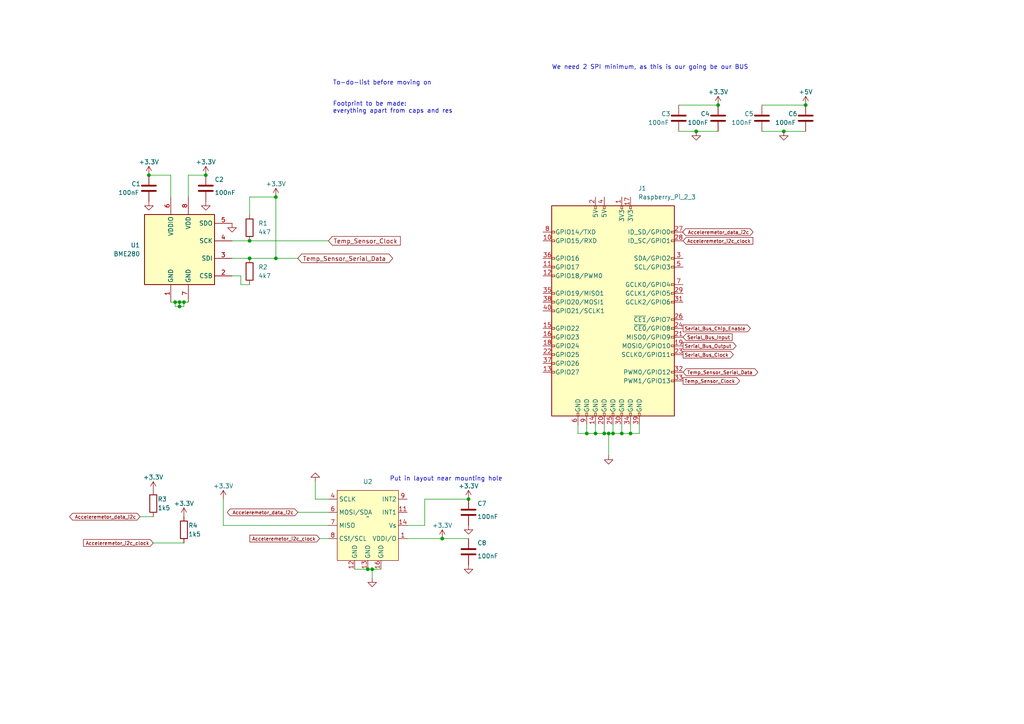
<source format=kicad_sch>
(kicad_sch (version 20230121) (generator eeschema)

  (uuid dd1a533a-d0da-4a20-9af1-2659c13d8e19)

  (paper "A4")

  (lib_symbols
    (symbol "Connector:Raspberry_Pi_2_3" (pin_names (offset 1.016)) (in_bom yes) (on_board yes)
      (property "Reference" "J" (at -17.78 31.75 0)
        (effects (font (size 1.27 1.27)) (justify left bottom))
      )
      (property "Value" "Raspberry_Pi_2_3" (at 10.16 -31.75 0)
        (effects (font (size 1.27 1.27)) (justify left top))
      )
      (property "Footprint" "" (at 0 0 0)
        (effects (font (size 1.27 1.27)) hide)
      )
      (property "Datasheet" "https://www.raspberrypi.org/documentation/hardware/raspberrypi/schematics/rpi_SCH_3bplus_1p0_reduced.pdf" (at 0 0 0)
        (effects (font (size 1.27 1.27)) hide)
      )
      (property "ki_keywords" "raspberrypi gpio" (at 0 0 0)
        (effects (font (size 1.27 1.27)) hide)
      )
      (property "ki_description" "expansion header for Raspberry Pi 2 & 3" (at 0 0 0)
        (effects (font (size 1.27 1.27)) hide)
      )
      (property "ki_fp_filters" "PinHeader*2x20*P2.54mm*Vertical* PinSocket*2x20*P2.54mm*Vertical*" (at 0 0 0)
        (effects (font (size 1.27 1.27)) hide)
      )
      (symbol "Raspberry_Pi_2_3_0_1"
        (rectangle (start -17.78 30.48) (end 17.78 -30.48)
          (stroke (width 0.254) (type default))
          (fill (type background))
        )
      )
      (symbol "Raspberry_Pi_2_3_1_1"
        (rectangle (start -16.891 -17.526) (end -17.78 -18.034)
          (stroke (width 0) (type default))
          (fill (type none))
        )
        (rectangle (start -16.891 -14.986) (end -17.78 -15.494)
          (stroke (width 0) (type default))
          (fill (type none))
        )
        (rectangle (start -16.891 -12.446) (end -17.78 -12.954)
          (stroke (width 0) (type default))
          (fill (type none))
        )
        (rectangle (start -16.891 -9.906) (end -17.78 -10.414)
          (stroke (width 0) (type default))
          (fill (type none))
        )
        (rectangle (start -16.891 -7.366) (end -17.78 -7.874)
          (stroke (width 0) (type default))
          (fill (type none))
        )
        (rectangle (start -16.891 -4.826) (end -17.78 -5.334)
          (stroke (width 0) (type default))
          (fill (type none))
        )
        (rectangle (start -16.891 0.254) (end -17.78 -0.254)
          (stroke (width 0) (type default))
          (fill (type none))
        )
        (rectangle (start -16.891 2.794) (end -17.78 2.286)
          (stroke (width 0) (type default))
          (fill (type none))
        )
        (rectangle (start -16.891 5.334) (end -17.78 4.826)
          (stroke (width 0) (type default))
          (fill (type none))
        )
        (rectangle (start -16.891 10.414) (end -17.78 9.906)
          (stroke (width 0) (type default))
          (fill (type none))
        )
        (rectangle (start -16.891 12.954) (end -17.78 12.446)
          (stroke (width 0) (type default))
          (fill (type none))
        )
        (rectangle (start -16.891 15.494) (end -17.78 14.986)
          (stroke (width 0) (type default))
          (fill (type none))
        )
        (rectangle (start -16.891 20.574) (end -17.78 20.066)
          (stroke (width 0) (type default))
          (fill (type none))
        )
        (rectangle (start -16.891 23.114) (end -17.78 22.606)
          (stroke (width 0) (type default))
          (fill (type none))
        )
        (rectangle (start -10.414 -29.591) (end -9.906 -30.48)
          (stroke (width 0) (type default))
          (fill (type none))
        )
        (rectangle (start -7.874 -29.591) (end -7.366 -30.48)
          (stroke (width 0) (type default))
          (fill (type none))
        )
        (rectangle (start -5.334 -29.591) (end -4.826 -30.48)
          (stroke (width 0) (type default))
          (fill (type none))
        )
        (rectangle (start -5.334 30.48) (end -4.826 29.591)
          (stroke (width 0) (type default))
          (fill (type none))
        )
        (rectangle (start -2.794 -29.591) (end -2.286 -30.48)
          (stroke (width 0) (type default))
          (fill (type none))
        )
        (rectangle (start -2.794 30.48) (end -2.286 29.591)
          (stroke (width 0) (type default))
          (fill (type none))
        )
        (rectangle (start -0.254 -29.591) (end 0.254 -30.48)
          (stroke (width 0) (type default))
          (fill (type none))
        )
        (rectangle (start 2.286 -29.591) (end 2.794 -30.48)
          (stroke (width 0) (type default))
          (fill (type none))
        )
        (rectangle (start 2.286 30.48) (end 2.794 29.591)
          (stroke (width 0) (type default))
          (fill (type none))
        )
        (rectangle (start 4.826 -29.591) (end 5.334 -30.48)
          (stroke (width 0) (type default))
          (fill (type none))
        )
        (rectangle (start 4.826 30.48) (end 5.334 29.591)
          (stroke (width 0) (type default))
          (fill (type none))
        )
        (rectangle (start 7.366 -29.591) (end 7.874 -30.48)
          (stroke (width 0) (type default))
          (fill (type none))
        )
        (rectangle (start 17.78 -20.066) (end 16.891 -20.574)
          (stroke (width 0) (type default))
          (fill (type none))
        )
        (rectangle (start 17.78 -17.526) (end 16.891 -18.034)
          (stroke (width 0) (type default))
          (fill (type none))
        )
        (rectangle (start 17.78 -12.446) (end 16.891 -12.954)
          (stroke (width 0) (type default))
          (fill (type none))
        )
        (rectangle (start 17.78 -9.906) (end 16.891 -10.414)
          (stroke (width 0) (type default))
          (fill (type none))
        )
        (rectangle (start 17.78 -7.366) (end 16.891 -7.874)
          (stroke (width 0) (type default))
          (fill (type none))
        )
        (rectangle (start 17.78 -4.826) (end 16.891 -5.334)
          (stroke (width 0) (type default))
          (fill (type none))
        )
        (rectangle (start 17.78 -2.286) (end 16.891 -2.794)
          (stroke (width 0) (type default))
          (fill (type none))
        )
        (rectangle (start 17.78 2.794) (end 16.891 2.286)
          (stroke (width 0) (type default))
          (fill (type none))
        )
        (rectangle (start 17.78 5.334) (end 16.891 4.826)
          (stroke (width 0) (type default))
          (fill (type none))
        )
        (rectangle (start 17.78 7.874) (end 16.891 7.366)
          (stroke (width 0) (type default))
          (fill (type none))
        )
        (rectangle (start 17.78 12.954) (end 16.891 12.446)
          (stroke (width 0) (type default))
          (fill (type none))
        )
        (rectangle (start 17.78 15.494) (end 16.891 14.986)
          (stroke (width 0) (type default))
          (fill (type none))
        )
        (rectangle (start 17.78 20.574) (end 16.891 20.066)
          (stroke (width 0) (type default))
          (fill (type none))
        )
        (rectangle (start 17.78 23.114) (end 16.891 22.606)
          (stroke (width 0) (type default))
          (fill (type none))
        )
        (pin power_in line (at 2.54 33.02 270) (length 2.54)
          (name "3V3" (effects (font (size 1.27 1.27))))
          (number "1" (effects (font (size 1.27 1.27))))
        )
        (pin bidirectional line (at -20.32 20.32 0) (length 2.54)
          (name "GPIO15/RXD" (effects (font (size 1.27 1.27))))
          (number "10" (effects (font (size 1.27 1.27))))
        )
        (pin bidirectional line (at -20.32 12.7 0) (length 2.54)
          (name "GPIO17" (effects (font (size 1.27 1.27))))
          (number "11" (effects (font (size 1.27 1.27))))
        )
        (pin bidirectional line (at -20.32 10.16 0) (length 2.54)
          (name "GPIO18/PWM0" (effects (font (size 1.27 1.27))))
          (number "12" (effects (font (size 1.27 1.27))))
        )
        (pin bidirectional line (at -20.32 -17.78 0) (length 2.54)
          (name "GPIO27" (effects (font (size 1.27 1.27))))
          (number "13" (effects (font (size 1.27 1.27))))
        )
        (pin power_in line (at -5.08 -33.02 90) (length 2.54)
          (name "GND" (effects (font (size 1.27 1.27))))
          (number "14" (effects (font (size 1.27 1.27))))
        )
        (pin bidirectional line (at -20.32 -5.08 0) (length 2.54)
          (name "GPIO22" (effects (font (size 1.27 1.27))))
          (number "15" (effects (font (size 1.27 1.27))))
        )
        (pin bidirectional line (at -20.32 -7.62 0) (length 2.54)
          (name "GPIO23" (effects (font (size 1.27 1.27))))
          (number "16" (effects (font (size 1.27 1.27))))
        )
        (pin power_in line (at 5.08 33.02 270) (length 2.54)
          (name "3V3" (effects (font (size 1.27 1.27))))
          (number "17" (effects (font (size 1.27 1.27))))
        )
        (pin bidirectional line (at -20.32 -10.16 0) (length 2.54)
          (name "GPIO24" (effects (font (size 1.27 1.27))))
          (number "18" (effects (font (size 1.27 1.27))))
        )
        (pin bidirectional line (at 20.32 -10.16 180) (length 2.54)
          (name "MOSI0/GPIO10" (effects (font (size 1.27 1.27))))
          (number "19" (effects (font (size 1.27 1.27))))
        )
        (pin power_in line (at -5.08 33.02 270) (length 2.54)
          (name "5V" (effects (font (size 1.27 1.27))))
          (number "2" (effects (font (size 1.27 1.27))))
        )
        (pin power_in line (at -2.54 -33.02 90) (length 2.54)
          (name "GND" (effects (font (size 1.27 1.27))))
          (number "20" (effects (font (size 1.27 1.27))))
        )
        (pin bidirectional line (at 20.32 -7.62 180) (length 2.54)
          (name "MISO0/GPIO9" (effects (font (size 1.27 1.27))))
          (number "21" (effects (font (size 1.27 1.27))))
        )
        (pin bidirectional line (at -20.32 -12.7 0) (length 2.54)
          (name "GPIO25" (effects (font (size 1.27 1.27))))
          (number "22" (effects (font (size 1.27 1.27))))
        )
        (pin bidirectional line (at 20.32 -12.7 180) (length 2.54)
          (name "SCLK0/GPIO11" (effects (font (size 1.27 1.27))))
          (number "23" (effects (font (size 1.27 1.27))))
        )
        (pin bidirectional line (at 20.32 -5.08 180) (length 2.54)
          (name "~{CE0}/GPIO8" (effects (font (size 1.27 1.27))))
          (number "24" (effects (font (size 1.27 1.27))))
        )
        (pin power_in line (at 0 -33.02 90) (length 2.54)
          (name "GND" (effects (font (size 1.27 1.27))))
          (number "25" (effects (font (size 1.27 1.27))))
        )
        (pin bidirectional line (at 20.32 -2.54 180) (length 2.54)
          (name "~{CE1}/GPIO7" (effects (font (size 1.27 1.27))))
          (number "26" (effects (font (size 1.27 1.27))))
        )
        (pin bidirectional line (at 20.32 22.86 180) (length 2.54)
          (name "ID_SD/GPIO0" (effects (font (size 1.27 1.27))))
          (number "27" (effects (font (size 1.27 1.27))))
        )
        (pin bidirectional line (at 20.32 20.32 180) (length 2.54)
          (name "ID_SC/GPIO1" (effects (font (size 1.27 1.27))))
          (number "28" (effects (font (size 1.27 1.27))))
        )
        (pin bidirectional line (at 20.32 5.08 180) (length 2.54)
          (name "GCLK1/GPIO5" (effects (font (size 1.27 1.27))))
          (number "29" (effects (font (size 1.27 1.27))))
        )
        (pin bidirectional line (at 20.32 15.24 180) (length 2.54)
          (name "SDA/GPIO2" (effects (font (size 1.27 1.27))))
          (number "3" (effects (font (size 1.27 1.27))))
        )
        (pin power_in line (at 2.54 -33.02 90) (length 2.54)
          (name "GND" (effects (font (size 1.27 1.27))))
          (number "30" (effects (font (size 1.27 1.27))))
        )
        (pin bidirectional line (at 20.32 2.54 180) (length 2.54)
          (name "GCLK2/GPIO6" (effects (font (size 1.27 1.27))))
          (number "31" (effects (font (size 1.27 1.27))))
        )
        (pin bidirectional line (at 20.32 -17.78 180) (length 2.54)
          (name "PWM0/GPIO12" (effects (font (size 1.27 1.27))))
          (number "32" (effects (font (size 1.27 1.27))))
        )
        (pin bidirectional line (at 20.32 -20.32 180) (length 2.54)
          (name "PWM1/GPIO13" (effects (font (size 1.27 1.27))))
          (number "33" (effects (font (size 1.27 1.27))))
        )
        (pin power_in line (at 5.08 -33.02 90) (length 2.54)
          (name "GND" (effects (font (size 1.27 1.27))))
          (number "34" (effects (font (size 1.27 1.27))))
        )
        (pin bidirectional line (at -20.32 5.08 0) (length 2.54)
          (name "GPIO19/MISO1" (effects (font (size 1.27 1.27))))
          (number "35" (effects (font (size 1.27 1.27))))
        )
        (pin bidirectional line (at -20.32 15.24 0) (length 2.54)
          (name "GPIO16" (effects (font (size 1.27 1.27))))
          (number "36" (effects (font (size 1.27 1.27))))
        )
        (pin bidirectional line (at -20.32 -15.24 0) (length 2.54)
          (name "GPIO26" (effects (font (size 1.27 1.27))))
          (number "37" (effects (font (size 1.27 1.27))))
        )
        (pin bidirectional line (at -20.32 2.54 0) (length 2.54)
          (name "GPIO20/MOSI1" (effects (font (size 1.27 1.27))))
          (number "38" (effects (font (size 1.27 1.27))))
        )
        (pin power_in line (at 7.62 -33.02 90) (length 2.54)
          (name "GND" (effects (font (size 1.27 1.27))))
          (number "39" (effects (font (size 1.27 1.27))))
        )
        (pin power_in line (at -2.54 33.02 270) (length 2.54)
          (name "5V" (effects (font (size 1.27 1.27))))
          (number "4" (effects (font (size 1.27 1.27))))
        )
        (pin bidirectional line (at -20.32 0 0) (length 2.54)
          (name "GPIO21/SCLK1" (effects (font (size 1.27 1.27))))
          (number "40" (effects (font (size 1.27 1.27))))
        )
        (pin bidirectional line (at 20.32 12.7 180) (length 2.54)
          (name "SCL/GPIO3" (effects (font (size 1.27 1.27))))
          (number "5" (effects (font (size 1.27 1.27))))
        )
        (pin power_in line (at -10.16 -33.02 90) (length 2.54)
          (name "GND" (effects (font (size 1.27 1.27))))
          (number "6" (effects (font (size 1.27 1.27))))
        )
        (pin bidirectional line (at 20.32 7.62 180) (length 2.54)
          (name "GCLK0/GPIO4" (effects (font (size 1.27 1.27))))
          (number "7" (effects (font (size 1.27 1.27))))
        )
        (pin bidirectional line (at -20.32 22.86 0) (length 2.54)
          (name "GPIO14/TXD" (effects (font (size 1.27 1.27))))
          (number "8" (effects (font (size 1.27 1.27))))
        )
        (pin power_in line (at -7.62 -33.02 90) (length 2.54)
          (name "GND" (effects (font (size 1.27 1.27))))
          (number "9" (effects (font (size 1.27 1.27))))
        )
      )
    )
    (symbol "Device:C" (pin_numbers hide) (pin_names (offset 0.254)) (in_bom yes) (on_board yes)
      (property "Reference" "C" (at 0.635 2.54 0)
        (effects (font (size 1.27 1.27)) (justify left))
      )
      (property "Value" "C" (at 0.635 -2.54 0)
        (effects (font (size 1.27 1.27)) (justify left))
      )
      (property "Footprint" "" (at 0.9652 -3.81 0)
        (effects (font (size 1.27 1.27)) hide)
      )
      (property "Datasheet" "~" (at 0 0 0)
        (effects (font (size 1.27 1.27)) hide)
      )
      (property "ki_keywords" "cap capacitor" (at 0 0 0)
        (effects (font (size 1.27 1.27)) hide)
      )
      (property "ki_description" "Unpolarized capacitor" (at 0 0 0)
        (effects (font (size 1.27 1.27)) hide)
      )
      (property "ki_fp_filters" "C_*" (at 0 0 0)
        (effects (font (size 1.27 1.27)) hide)
      )
      (symbol "C_0_1"
        (polyline
          (pts
            (xy -2.032 -0.762)
            (xy 2.032 -0.762)
          )
          (stroke (width 0.508) (type default))
          (fill (type none))
        )
        (polyline
          (pts
            (xy -2.032 0.762)
            (xy 2.032 0.762)
          )
          (stroke (width 0.508) (type default))
          (fill (type none))
        )
      )
      (symbol "C_1_1"
        (pin passive line (at 0 3.81 270) (length 2.794)
          (name "~" (effects (font (size 1.27 1.27))))
          (number "1" (effects (font (size 1.27 1.27))))
        )
        (pin passive line (at 0 -3.81 90) (length 2.794)
          (name "~" (effects (font (size 1.27 1.27))))
          (number "2" (effects (font (size 1.27 1.27))))
        )
      )
    )
    (symbol "Device:R" (pin_numbers hide) (pin_names (offset 0)) (in_bom yes) (on_board yes)
      (property "Reference" "R" (at 2.032 0 90)
        (effects (font (size 1.27 1.27)))
      )
      (property "Value" "R" (at 0 0 90)
        (effects (font (size 1.27 1.27)))
      )
      (property "Footprint" "" (at -1.778 0 90)
        (effects (font (size 1.27 1.27)) hide)
      )
      (property "Datasheet" "~" (at 0 0 0)
        (effects (font (size 1.27 1.27)) hide)
      )
      (property "ki_keywords" "R res resistor" (at 0 0 0)
        (effects (font (size 1.27 1.27)) hide)
      )
      (property "ki_description" "Resistor" (at 0 0 0)
        (effects (font (size 1.27 1.27)) hide)
      )
      (property "ki_fp_filters" "R_*" (at 0 0 0)
        (effects (font (size 1.27 1.27)) hide)
      )
      (symbol "R_0_1"
        (rectangle (start -1.016 -2.54) (end 1.016 2.54)
          (stroke (width 0.254) (type default))
          (fill (type none))
        )
      )
      (symbol "R_1_1"
        (pin passive line (at 0 3.81 270) (length 1.27)
          (name "~" (effects (font (size 1.27 1.27))))
          (number "1" (effects (font (size 1.27 1.27))))
        )
        (pin passive line (at 0 -3.81 90) (length 1.27)
          (name "~" (effects (font (size 1.27 1.27))))
          (number "2" (effects (font (size 1.27 1.27))))
        )
      )
    )
    (symbol "Sensor:BME280" (in_bom yes) (on_board yes)
      (property "Reference" "U" (at -8.89 11.43 0)
        (effects (font (size 1.27 1.27)))
      )
      (property "Value" "BME280" (at 7.62 11.43 0)
        (effects (font (size 1.27 1.27)))
      )
      (property "Footprint" "Package_LGA:Bosch_LGA-8_2.5x2.5mm_P0.65mm_ClockwisePinNumbering" (at 38.1 -11.43 0)
        (effects (font (size 1.27 1.27)) hide)
      )
      (property "Datasheet" "https://www.bosch-sensortec.com/media/boschsensortec/downloads/datasheets/bst-bme280-ds002.pdf" (at 0 -5.08 0)
        (effects (font (size 1.27 1.27)) hide)
      )
      (property "ki_keywords" "Bosch pressure humidity temperature environment environmental measurement digital" (at 0 0 0)
        (effects (font (size 1.27 1.27)) hide)
      )
      (property "ki_description" "3-in-1 sensor, humidity, pressure, temperature, I2C and SPI interface, 1.71-3.6V, LGA-8" (at 0 0 0)
        (effects (font (size 1.27 1.27)) hide)
      )
      (property "ki_fp_filters" "*LGA*2.5x2.5mm*P0.65mm*Clockwise*" (at 0 0 0)
        (effects (font (size 1.27 1.27)) hide)
      )
      (symbol "BME280_0_1"
        (rectangle (start -10.16 10.16) (end 10.16 -10.16)
          (stroke (width 0.254) (type default))
          (fill (type background))
        )
      )
      (symbol "BME280_1_1"
        (pin power_in line (at -2.54 -15.24 90) (length 5.08)
          (name "GND" (effects (font (size 1.27 1.27))))
          (number "1" (effects (font (size 1.27 1.27))))
        )
        (pin input line (at 15.24 -7.62 180) (length 5.08)
          (name "CSB" (effects (font (size 1.27 1.27))))
          (number "2" (effects (font (size 1.27 1.27))))
        )
        (pin bidirectional line (at 15.24 -2.54 180) (length 5.08)
          (name "SDI" (effects (font (size 1.27 1.27))))
          (number "3" (effects (font (size 1.27 1.27))))
        )
        (pin input line (at 15.24 2.54 180) (length 5.08)
          (name "SCK" (effects (font (size 1.27 1.27))))
          (number "4" (effects (font (size 1.27 1.27))))
        )
        (pin bidirectional line (at 15.24 7.62 180) (length 5.08)
          (name "SDO" (effects (font (size 1.27 1.27))))
          (number "5" (effects (font (size 1.27 1.27))))
        )
        (pin power_in line (at -2.54 15.24 270) (length 5.08)
          (name "VDDIO" (effects (font (size 1.27 1.27))))
          (number "6" (effects (font (size 1.27 1.27))))
        )
        (pin power_in line (at 2.54 -15.24 90) (length 5.08)
          (name "GND" (effects (font (size 1.27 1.27))))
          (number "7" (effects (font (size 1.27 1.27))))
        )
        (pin power_in line (at 2.54 15.24 270) (length 5.08)
          (name "VDD" (effects (font (size 1.27 1.27))))
          (number "8" (effects (font (size 1.27 1.27))))
        )
      )
    )
    (symbol "Sensor_Movement:ADXL373" (in_bom yes) (on_board yes)
      (property "Reference" "U" (at -11.43 12.7 0)
        (effects (font (size 1.27 1.27)))
      )
      (property "Value" "" (at -5.08 2.54 0)
        (effects (font (size 1.27 1.27)))
      )
      (property "Footprint" "" (at -5.08 2.54 0)
        (effects (font (size 1.27 1.27)) hide)
      )
      (property "Datasheet" "" (at -5.08 2.54 0)
        (effects (font (size 1.27 1.27)) hide)
      )
      (symbol "ADXL373_1_1"
        (rectangle (start -13.97 10.16) (end 3.81 -10.16)
          (stroke (width 0) (type default))
          (fill (type background))
        )
        (pin output line (at 6.35 -3.81 180) (length 2.54)
          (name "VDDI/O" (effects (font (size 1.27 1.27))))
          (number "1" (effects (font (size 1.27 1.27))))
        )
        (pin output line (at 6.35 3.81 180) (length 2.54)
          (name "INT1" (effects (font (size 1.27 1.27))))
          (number "11" (effects (font (size 1.27 1.27))))
        )
        (pin output line (at -8.89 -12.7 90) (length 2.54)
          (name "GND" (effects (font (size 1.27 1.27))))
          (number "12" (effects (font (size 1.27 1.27))))
        )
        (pin output line (at -5.08 -12.7 90) (length 2.54)
          (name "GND" (effects (font (size 1.27 1.27))))
          (number "13" (effects (font (size 1.27 1.27))))
        )
        (pin output line (at 6.35 0 180) (length 2.54)
          (name "Vs" (effects (font (size 1.27 1.27))))
          (number "14" (effects (font (size 1.27 1.27))))
        )
        (pin output line (at -1.27 -12.7 90) (length 2.54)
          (name "GND" (effects (font (size 1.27 1.27))))
          (number "16" (effects (font (size 1.27 1.27))))
        )
        (pin output line (at -16.51 7.62 0) (length 2.54)
          (name "SCLK" (effects (font (size 1.27 1.27))))
          (number "4" (effects (font (size 1.27 1.27))))
        )
        (pin output line (at -16.51 3.81 0) (length 2.54)
          (name "MOSI/SDA" (effects (font (size 1.27 1.27))))
          (number "6" (effects (font (size 1.27 1.27))))
        )
        (pin output line (at -16.51 0 0) (length 2.54)
          (name "MISO" (effects (font (size 1.27 1.27))))
          (number "7" (effects (font (size 1.27 1.27))))
        )
        (pin output line (at -16.51 -3.81 0) (length 2.54)
          (name "CS!/SCL" (effects (font (size 1.27 1.27))))
          (number "8" (effects (font (size 1.27 1.27))))
        )
        (pin output line (at 6.35 7.62 180) (length 2.54)
          (name "INT2" (effects (font (size 1.27 1.27))))
          (number "9" (effects (font (size 1.27 1.27))))
        )
      )
    )
    (symbol "power:+3.3V" (power) (pin_names (offset 0)) (in_bom yes) (on_board yes)
      (property "Reference" "#PWR" (at 0 -3.81 0)
        (effects (font (size 1.27 1.27)) hide)
      )
      (property "Value" "+3.3V" (at 0 3.556 0)
        (effects (font (size 1.27 1.27)))
      )
      (property "Footprint" "" (at 0 0 0)
        (effects (font (size 1.27 1.27)) hide)
      )
      (property "Datasheet" "" (at 0 0 0)
        (effects (font (size 1.27 1.27)) hide)
      )
      (property "ki_keywords" "global power" (at 0 0 0)
        (effects (font (size 1.27 1.27)) hide)
      )
      (property "ki_description" "Power symbol creates a global label with name \"+3.3V\"" (at 0 0 0)
        (effects (font (size 1.27 1.27)) hide)
      )
      (symbol "+3.3V_0_1"
        (polyline
          (pts
            (xy -0.762 1.27)
            (xy 0 2.54)
          )
          (stroke (width 0) (type default))
          (fill (type none))
        )
        (polyline
          (pts
            (xy 0 0)
            (xy 0 2.54)
          )
          (stroke (width 0) (type default))
          (fill (type none))
        )
        (polyline
          (pts
            (xy 0 2.54)
            (xy 0.762 1.27)
          )
          (stroke (width 0) (type default))
          (fill (type none))
        )
      )
      (symbol "+3.3V_1_1"
        (pin power_in line (at 0 0 90) (length 0) hide
          (name "+3.3V" (effects (font (size 1.27 1.27))))
          (number "1" (effects (font (size 1.27 1.27))))
        )
      )
    )
    (symbol "power:+5V" (power) (pin_names (offset 0)) (in_bom yes) (on_board yes)
      (property "Reference" "#PWR" (at 0 -3.81 0)
        (effects (font (size 1.27 1.27)) hide)
      )
      (property "Value" "+5V" (at 0 3.556 0)
        (effects (font (size 1.27 1.27)))
      )
      (property "Footprint" "" (at 0 0 0)
        (effects (font (size 1.27 1.27)) hide)
      )
      (property "Datasheet" "" (at 0 0 0)
        (effects (font (size 1.27 1.27)) hide)
      )
      (property "ki_keywords" "global power" (at 0 0 0)
        (effects (font (size 1.27 1.27)) hide)
      )
      (property "ki_description" "Power symbol creates a global label with name \"+5V\"" (at 0 0 0)
        (effects (font (size 1.27 1.27)) hide)
      )
      (symbol "+5V_0_1"
        (polyline
          (pts
            (xy -0.762 1.27)
            (xy 0 2.54)
          )
          (stroke (width 0) (type default))
          (fill (type none))
        )
        (polyline
          (pts
            (xy 0 0)
            (xy 0 2.54)
          )
          (stroke (width 0) (type default))
          (fill (type none))
        )
        (polyline
          (pts
            (xy 0 2.54)
            (xy 0.762 1.27)
          )
          (stroke (width 0) (type default))
          (fill (type none))
        )
      )
      (symbol "+5V_1_1"
        (pin power_in line (at 0 0 90) (length 0) hide
          (name "+5V" (effects (font (size 1.27 1.27))))
          (number "1" (effects (font (size 1.27 1.27))))
        )
      )
    )
    (symbol "power:GND" (power) (pin_names (offset 0)) (in_bom yes) (on_board yes)
      (property "Reference" "#PWR" (at 0 -6.35 0)
        (effects (font (size 1.27 1.27)) hide)
      )
      (property "Value" "GND" (at 0 -3.81 0)
        (effects (font (size 1.27 1.27)))
      )
      (property "Footprint" "" (at 0 0 0)
        (effects (font (size 1.27 1.27)) hide)
      )
      (property "Datasheet" "" (at 0 0 0)
        (effects (font (size 1.27 1.27)) hide)
      )
      (property "ki_keywords" "global power" (at 0 0 0)
        (effects (font (size 1.27 1.27)) hide)
      )
      (property "ki_description" "Power symbol creates a global label with name \"GND\" , ground" (at 0 0 0)
        (effects (font (size 1.27 1.27)) hide)
      )
      (symbol "GND_0_1"
        (polyline
          (pts
            (xy 0 0)
            (xy 0 -1.27)
            (xy 1.27 -1.27)
            (xy 0 -2.54)
            (xy -1.27 -1.27)
            (xy 0 -1.27)
          )
          (stroke (width 0) (type default))
          (fill (type none))
        )
      )
      (symbol "GND_1_1"
        (pin power_in line (at 0 0 270) (length 0) hide
          (name "GND" (effects (font (size 1.27 1.27))))
          (number "1" (effects (font (size 1.27 1.27))))
        )
      )
    )
  )

  (junction (at 106.68 165.1) (diameter 0) (color 0 0 0 0)
    (uuid 00cb5398-0f0b-4732-a87a-e7addecb226e)
  )
  (junction (at 52.07 88.9) (diameter 0) (color 0 0 0 0)
    (uuid 06abf778-cf37-4ca0-86bd-80e9f8e48258)
  )
  (junction (at 80.01 74.93) (diameter 0) (color 0 0 0 0)
    (uuid 085b59ad-5815-451b-9629-3c796c692735)
  )
  (junction (at 59.69 50.8) (diameter 0) (color 0 0 0 0)
    (uuid 1db27d55-8341-4771-bc01-2ac6be714688)
  )
  (junction (at 175.26 125.73) (diameter 0) (color 0 0 0 0)
    (uuid 2ec20c65-1db1-417a-91e9-001b11719c65)
  )
  (junction (at 172.72 125.73) (diameter 0) (color 0 0 0 0)
    (uuid 33c827c8-9f98-447d-9d7d-18382b6dae3d)
  )
  (junction (at 72.39 74.93) (diameter 0) (color 0 0 0 0)
    (uuid 4c83acb8-f854-4e1a-8a29-50779d82b4be)
  )
  (junction (at 227.33 38.1) (diameter 0) (color 0 0 0 0)
    (uuid 6885b578-dafb-4e27-ab12-f70f315ab28a)
  )
  (junction (at 52.07 87.63) (diameter 0) (color 0 0 0 0)
    (uuid 68e42f7c-0ea1-4356-a7fa-55390d72e531)
  )
  (junction (at 72.39 69.85) (diameter 0) (color 0 0 0 0)
    (uuid 6bec8c26-41ae-485f-8436-a76bee679f70)
  )
  (junction (at 176.53 125.73) (diameter 0) (color 0 0 0 0)
    (uuid 6eb8e6ad-b353-4c7a-8938-0ff30518083f)
  )
  (junction (at 182.88 125.73) (diameter 0) (color 0 0 0 0)
    (uuid 7397c01a-d71f-4bd8-8d09-2f2532210fd3)
  )
  (junction (at 107.95 165.1) (diameter 0) (color 0 0 0 0)
    (uuid 74ee75ac-0edc-4d64-bc0c-e19adfcf1ad0)
  )
  (junction (at 50.8 87.63) (diameter 0) (color 0 0 0 0)
    (uuid 80ed2d63-83b7-4ed6-b671-67d07f1ed879)
  )
  (junction (at 201.93 38.1) (diameter 0) (color 0 0 0 0)
    (uuid 864a957b-1285-46d7-a9bc-eacf1508e72f)
  )
  (junction (at 128.27 156.21) (diameter 0) (color 0 0 0 0)
    (uuid 89575835-10bc-40f6-ad4f-e969c0b5cf33)
  )
  (junction (at 233.68 30.48) (diameter 0) (color 0 0 0 0)
    (uuid 8d47c279-dc39-47a1-a0ef-9a5f1492156c)
  )
  (junction (at 170.18 125.73) (diameter 0) (color 0 0 0 0)
    (uuid 8e9c45ce-f81f-49c5-906a-561163551739)
  )
  (junction (at 180.34 125.73) (diameter 0) (color 0 0 0 0)
    (uuid 8f6273cc-27c1-42dd-972a-67628de3ec42)
  )
  (junction (at 208.28 30.48) (diameter 0) (color 0 0 0 0)
    (uuid ace6dbd9-1997-40e6-9d11-13c35598b2cd)
  )
  (junction (at 53.34 87.63) (diameter 0) (color 0 0 0 0)
    (uuid af7453de-08ee-4455-8520-7e58f2e5a0cb)
  )
  (junction (at 177.8 125.73) (diameter 0) (color 0 0 0 0)
    (uuid b064e4eb-14f8-4399-93dd-523f9553ae1e)
  )
  (junction (at 135.89 144.78) (diameter 0) (color 0 0 0 0)
    (uuid cdb51578-6279-409a-9a79-498322bd57c7)
  )
  (junction (at 80.01 57.15) (diameter 0) (color 0 0 0 0)
    (uuid d909c529-e42b-41c7-bc6d-e422302b0897)
  )
  (junction (at 43.18 50.8) (diameter 0) (color 0 0 0 0)
    (uuid f276cd5e-5a1d-456a-9289-bd57e14ac730)
  )

  (wire (pts (xy 196.85 38.1) (xy 201.93 38.1))
    (stroke (width 0) (type default))
    (uuid 01250ba1-6583-4450-806c-cd37913a88c0)
  )
  (wire (pts (xy 52.07 87.63) (xy 53.34 87.63))
    (stroke (width 0) (type default))
    (uuid 024aad22-57d7-4517-a634-8b3c286aab67)
  )
  (wire (pts (xy 91.44 139.7) (xy 91.44 144.78))
    (stroke (width 0) (type default))
    (uuid 0a9def7f-42eb-48ef-92c9-7086f061c388)
  )
  (wire (pts (xy 50.8 88.9) (xy 52.07 88.9))
    (stroke (width 0) (type default))
    (uuid 0fdbb87f-f611-438b-b9ac-6b38f32666a3)
  )
  (wire (pts (xy 54.61 87.63) (xy 53.34 87.63))
    (stroke (width 0) (type default))
    (uuid 1cba89aa-c8d8-47dd-8f82-b55801ea198a)
  )
  (wire (pts (xy 50.8 87.63) (xy 52.07 87.63))
    (stroke (width 0) (type default))
    (uuid 1de83046-da2e-4f0a-abf4-4ad9f1df8580)
  )
  (wire (pts (xy 182.88 123.19) (xy 182.88 125.73))
    (stroke (width 0) (type default))
    (uuid 2303b1b7-4804-4831-9c83-cdc00dd7456b)
  )
  (wire (pts (xy 177.8 123.19) (xy 177.8 125.73))
    (stroke (width 0) (type default))
    (uuid 27b0845e-97ba-4434-9105-076ee639e69c)
  )
  (wire (pts (xy 67.31 69.85) (xy 72.39 69.85))
    (stroke (width 0) (type default))
    (uuid 314376f5-604a-4549-8ee8-3e129d9eaadb)
  )
  (wire (pts (xy 53.34 87.63) (xy 53.34 88.9))
    (stroke (width 0) (type default))
    (uuid 31eeedc8-f7a6-4461-8c0b-57bbb95176d8)
  )
  (wire (pts (xy 123.19 144.78) (xy 135.89 144.78))
    (stroke (width 0) (type default))
    (uuid 32a626bc-ab98-487c-87a6-42aba49239f6)
  )
  (wire (pts (xy 118.11 156.21) (xy 128.27 156.21))
    (stroke (width 0) (type default))
    (uuid 331e12e8-a9dc-4d95-bcaa-1a24c4de0122)
  )
  (wire (pts (xy 220.98 30.48) (xy 233.68 30.48))
    (stroke (width 0) (type default))
    (uuid 3cbfb99e-3989-44a9-993f-04f1535c23f1)
  )
  (wire (pts (xy 80.01 57.15) (xy 72.39 57.15))
    (stroke (width 0) (type default))
    (uuid 3f05ad7c-8cdb-4312-95ff-455cf98e00aa)
  )
  (wire (pts (xy 220.98 38.1) (xy 227.33 38.1))
    (stroke (width 0) (type default))
    (uuid 429ad2ab-7099-4975-825f-8c60d6487c02)
  )
  (wire (pts (xy 80.01 57.15) (xy 80.01 74.93))
    (stroke (width 0) (type default))
    (uuid 53ab43db-0e21-43a3-99a8-a1a84f0d9a07)
  )
  (wire (pts (xy 52.07 88.9) (xy 53.34 88.9))
    (stroke (width 0) (type default))
    (uuid 551676a0-723e-4428-973d-184ad2966a3d)
  )
  (wire (pts (xy 176.53 125.73) (xy 177.8 125.73))
    (stroke (width 0) (type default))
    (uuid 57333a76-7581-4900-a9bd-df20345bc569)
  )
  (wire (pts (xy 43.18 50.8) (xy 49.53 50.8))
    (stroke (width 0) (type default))
    (uuid 58c37b12-4fa6-415e-a99d-e212d70fa1a7)
  )
  (wire (pts (xy 52.07 87.63) (xy 52.07 88.9))
    (stroke (width 0) (type default))
    (uuid 59bcb578-bbc8-4a94-8b79-c449398b3f9b)
  )
  (wire (pts (xy 123.19 152.4) (xy 118.11 152.4))
    (stroke (width 0) (type default))
    (uuid 5b73c1f3-4554-4e86-8b53-3f5bfc2d139a)
  )
  (wire (pts (xy 64.77 144.78) (xy 64.77 152.4))
    (stroke (width 0) (type default))
    (uuid 5d6ba96f-04bd-40aa-b019-8306014c1cf3)
  )
  (wire (pts (xy 49.53 87.63) (xy 50.8 87.63))
    (stroke (width 0) (type default))
    (uuid 5e48a881-94f8-408d-a4d3-6a1aa2945a45)
  )
  (wire (pts (xy 170.18 123.19) (xy 170.18 125.73))
    (stroke (width 0) (type default))
    (uuid 6640f4f2-623d-4220-974d-b57b28a8d375)
  )
  (wire (pts (xy 135.89 156.21) (xy 128.27 156.21))
    (stroke (width 0) (type default))
    (uuid 6b31620a-5da9-48ea-afc1-b40371983d5c)
  )
  (wire (pts (xy 106.68 165.1) (xy 107.95 165.1))
    (stroke (width 0) (type default))
    (uuid 6b396101-869c-4685-b056-34e0f92ed4c9)
  )
  (wire (pts (xy 54.61 50.8) (xy 59.69 50.8))
    (stroke (width 0) (type default))
    (uuid 6bca122c-a6cf-4b55-a615-58cc7f4cb62d)
  )
  (wire (pts (xy 102.87 165.1) (xy 106.68 165.1))
    (stroke (width 0) (type default))
    (uuid 6ca43373-e5b8-46a6-ba1d-f71931c2f37c)
  )
  (wire (pts (xy 201.93 38.1) (xy 208.28 38.1))
    (stroke (width 0) (type default))
    (uuid 6ca50f87-4457-4355-82fb-d8881268551d)
  )
  (wire (pts (xy 72.39 57.15) (xy 72.39 62.23))
    (stroke (width 0) (type default))
    (uuid 6f7dc61e-b446-43fc-99bc-20fed7b47256)
  )
  (wire (pts (xy 67.31 74.93) (xy 72.39 74.93))
    (stroke (width 0) (type default))
    (uuid 72e5f9fb-f7fc-479b-992c-a479e791ca22)
  )
  (wire (pts (xy 69.85 80.01) (xy 69.85 82.55))
    (stroke (width 0) (type default))
    (uuid 789c6335-cf11-427f-a87c-7df2bc25b4b3)
  )
  (wire (pts (xy 40.64 149.86) (xy 44.45 149.86))
    (stroke (width 0) (type default))
    (uuid 7902c720-1392-4d67-b94c-e1f4231e2ad2)
  )
  (wire (pts (xy 49.53 50.8) (xy 49.53 57.15))
    (stroke (width 0) (type default))
    (uuid 83e59ad0-9ebf-470f-a238-5073bfd1005c)
  )
  (wire (pts (xy 176.53 125.73) (xy 176.53 132.08))
    (stroke (width 0) (type default))
    (uuid 86264d78-109b-4d1e-80fe-4601829f9c81)
  )
  (wire (pts (xy 175.26 125.73) (xy 176.53 125.73))
    (stroke (width 0) (type default))
    (uuid 8ba7521e-30f1-4eff-b462-88d63750e57a)
  )
  (wire (pts (xy 80.01 74.93) (xy 86.36 74.93))
    (stroke (width 0) (type default))
    (uuid 9216265f-f85e-4fcd-9e81-a54f29ea1150)
  )
  (wire (pts (xy 167.64 123.19) (xy 167.64 125.73))
    (stroke (width 0) (type default))
    (uuid 97cabc61-c7eb-4924-82c9-7e6acb8c47cc)
  )
  (wire (pts (xy 107.95 165.1) (xy 107.95 167.64))
    (stroke (width 0) (type default))
    (uuid 9b35b87d-4798-4cf2-af87-e2ab54644c99)
  )
  (wire (pts (xy 175.26 123.19) (xy 175.26 125.73))
    (stroke (width 0) (type default))
    (uuid 9d2a280e-8a92-462c-a119-4a7141ca0ead)
  )
  (wire (pts (xy 95.25 152.4) (xy 64.77 152.4))
    (stroke (width 0) (type default))
    (uuid a903bea6-abaa-46c5-bbc1-216bbc9bf96d)
  )
  (wire (pts (xy 69.85 82.55) (xy 72.39 82.55))
    (stroke (width 0) (type default))
    (uuid aa2536f8-05bf-4753-a201-e6e0941a9154)
  )
  (wire (pts (xy 123.19 144.78) (xy 123.19 152.4))
    (stroke (width 0) (type default))
    (uuid ad9171f8-1c9e-4128-a3ef-2fa4e3ca401a)
  )
  (wire (pts (xy 180.34 125.73) (xy 182.88 125.73))
    (stroke (width 0) (type default))
    (uuid ae51597e-9fd0-4482-aff3-1c3b642821a6)
  )
  (wire (pts (xy 167.64 125.73) (xy 170.18 125.73))
    (stroke (width 0) (type default))
    (uuid b18fe145-ae4a-4f89-884c-d697a21f1b57)
  )
  (wire (pts (xy 95.25 144.78) (xy 91.44 144.78))
    (stroke (width 0) (type default))
    (uuid b1b61a90-c5c9-4049-9bab-641e5fefc882)
  )
  (wire (pts (xy 67.31 80.01) (xy 69.85 80.01))
    (stroke (width 0) (type default))
    (uuid b6f7bfe8-f08d-4b8e-8a35-7556a6ebaf05)
  )
  (wire (pts (xy 182.88 125.73) (xy 185.42 125.73))
    (stroke (width 0) (type default))
    (uuid b8d77560-d10f-45a9-9725-248ac58699a0)
  )
  (wire (pts (xy 172.72 123.19) (xy 172.72 125.73))
    (stroke (width 0) (type default))
    (uuid b9f0f85a-5d67-4db2-9410-bdb8941cb51f)
  )
  (wire (pts (xy 107.95 165.1) (xy 110.49 165.1))
    (stroke (width 0) (type default))
    (uuid c42ae71d-9d42-439a-903e-107b7cddaf74)
  )
  (wire (pts (xy 72.39 74.93) (xy 80.01 74.93))
    (stroke (width 0) (type default))
    (uuid d1e09dae-0283-464e-a1ff-9d7de1be0dd9)
  )
  (wire (pts (xy 44.45 157.48) (xy 53.34 157.48))
    (stroke (width 0) (type default))
    (uuid dbe7417b-703f-4b22-ba5a-b86030a12da5)
  )
  (wire (pts (xy 86.36 148.59) (xy 95.25 148.59))
    (stroke (width 0) (type default))
    (uuid dda22b45-2482-4c9e-a223-e88c9a170e4d)
  )
  (wire (pts (xy 72.39 69.85) (xy 95.25 69.85))
    (stroke (width 0) (type default))
    (uuid e629d0f3-7ed5-459c-82e4-7623d7b48a6f)
  )
  (wire (pts (xy 196.85 30.48) (xy 208.28 30.48))
    (stroke (width 0) (type default))
    (uuid e761e19b-4a3e-4733-ab2c-2477f395750d)
  )
  (wire (pts (xy 92.71 156.21) (xy 95.25 156.21))
    (stroke (width 0) (type default))
    (uuid eadf2788-1109-42df-a951-c160a761bfb1)
  )
  (wire (pts (xy 227.33 38.1) (xy 233.68 38.1))
    (stroke (width 0) (type default))
    (uuid eb6f4914-7370-432a-9ec4-83e3c3154d6c)
  )
  (wire (pts (xy 180.34 123.19) (xy 180.34 125.73))
    (stroke (width 0) (type default))
    (uuid f06fb82a-6fdb-46aa-8c67-3123ceac6f0f)
  )
  (wire (pts (xy 172.72 125.73) (xy 175.26 125.73))
    (stroke (width 0) (type default))
    (uuid f1c672db-1570-4856-bb8b-d005af4ddb04)
  )
  (wire (pts (xy 170.18 125.73) (xy 172.72 125.73))
    (stroke (width 0) (type default))
    (uuid f2ba780e-890e-4702-b010-0005761f3457)
  )
  (wire (pts (xy 54.61 50.8) (xy 54.61 57.15))
    (stroke (width 0) (type default))
    (uuid f8c62aeb-c49e-4093-8b0c-3f38edd19afc)
  )
  (wire (pts (xy 50.8 87.63) (xy 50.8 88.9))
    (stroke (width 0) (type default))
    (uuid fca49aeb-0881-49f1-bbfb-3c00a0d58b28)
  )
  (wire (pts (xy 177.8 125.73) (xy 180.34 125.73))
    (stroke (width 0) (type default))
    (uuid fcbb358c-0191-423f-abc6-4a739518e641)
  )
  (wire (pts (xy 185.42 123.19) (xy 185.42 125.73))
    (stroke (width 0) (type default))
    (uuid fdb82b55-9a13-4f4a-b593-bd0e4ad5fd90)
  )

  (text "To-do-list before moving on\n\n\nFootprint to be made:\neverything apart from caps and res"
    (at 96.52 33.02 0)
    (effects (font (size 1.27 1.27)) (justify left bottom))
    (uuid 0c29688c-5be3-4772-a7d6-cb1fb2ecd623)
  )
  (text "We need 2 SPI minimum, as this is our going be our BUS"
    (at 160.02 20.32 0)
    (effects (font (size 1.27 1.27)) (justify left bottom))
    (uuid 206c4643-1244-428a-9b46-dcaaf1e75f20)
  )
  (text "Put in layout near mounting hole\n" (at 113.03 139.7 0)
    (effects (font (size 1.27 1.27)) (justify left bottom))
    (uuid 62093b75-b24c-4127-98e0-910fb21a7538)
  )

  (global_label "Serial_Bus_Chip_Enable" (shape output) (at 198.12 95.25 0) (fields_autoplaced)
    (effects (font (size 1 1)) (justify left))
    (uuid 5d17145a-d5ac-4bb2-b993-2916109e4892)
    (property "Intersheetrefs" "${INTERSHEET_REFS}" (at 218.0895 95.25 0)
      (effects (font (size 1.27 1.27)) (justify left) hide)
    )
  )
  (global_label "Acceleremetor_i2c_clock" (shape input) (at 198.12 69.85 0) (fields_autoplaced)
    (effects (font (size 1 1)) (justify left))
    (uuid 69f4d9c5-9dac-4459-8c23-f2fb0aa15512)
    (property "Intersheetrefs" "${INTERSHEET_REFS}" (at 218.8031 69.85 0)
      (effects (font (size 1.27 1.27)) (justify left) hide)
    )
  )
  (global_label "Acceleremetor_data_i2c" (shape bidirectional) (at 218.44 67.31 180) (fields_autoplaced)
    (effects (font (size 1 1)) (justify right))
    (uuid 6f3a5409-9164-4652-8ac9-b8bf8c1435d6)
    (property "Intersheetrefs" "${INTERSHEET_REFS}" (at 197.5484 67.31 0)
      (effects (font (size 1.27 1.27)) (justify right) hide)
    )
  )
  (global_label "Temp_Sensor_Serial_Data" (shape bidirectional) (at 86.36 74.93 0) (fields_autoplaced)
    (effects (font (size 1.27 1.27)) (justify left))
    (uuid 78229fba-39e3-4f09-a93f-e965236f7e4c)
    (property "Intersheetrefs" "${INTERSHEET_REFS}" (at 114.4652 74.93 0)
      (effects (font (size 1.27 1.27)) (justify left) hide)
    )
  )
  (global_label "Temp_Sensor_Serial_Data" (shape bidirectional) (at 198.12 107.95 0) (fields_autoplaced)
    (effects (font (size 1 1)) (justify left))
    (uuid 8f9e7b28-3e97-4dd7-88ab-e02fc4e301e6)
    (property "Intersheetrefs" "${INTERSHEET_REFS}" (at 220.25 107.95 0)
      (effects (font (size 1.27 1.27)) (justify left) hide)
    )
  )
  (global_label "Acceleremetor_i2c_clock" (shape input) (at 44.45 157.48 180) (fields_autoplaced)
    (effects (font (size 1 1)) (justify right))
    (uuid 9724ecb7-a49a-43c4-a448-d8df1b5a7e25)
    (property "Intersheetrefs" "${INTERSHEET_REFS}" (at 23.7669 157.48 0)
      (effects (font (size 1.27 1.27)) (justify right) hide)
    )
  )
  (global_label "Serial_Bus_Input" (shape input) (at 198.12 97.79 0) (fields_autoplaced)
    (effects (font (size 1 1)) (justify left))
    (uuid 979de6ad-371b-4216-9a50-303715e766e3)
    (property "Intersheetrefs" "${INTERSHEET_REFS}" (at 212.8037 97.79 0)
      (effects (font (size 1.27 1.27)) (justify left) hide)
    )
  )
  (global_label "Acceleremetor_data_i2c" (shape bidirectional) (at 86.36 148.59 180) (fields_autoplaced)
    (effects (font (size 1 1)) (justify right))
    (uuid a3c1c984-031d-49a7-bbfb-f26ed7a700c4)
    (property "Intersheetrefs" "${INTERSHEET_REFS}" (at 65.4684 148.59 0)
      (effects (font (size 1.27 1.27)) (justify right) hide)
    )
  )
  (global_label "Temp_Sensor_Clock" (shape output) (at 198.12 110.49 0) (fields_autoplaced)
    (effects (font (size 1 1)) (justify left))
    (uuid b353a7b6-6fcf-4834-a897-30a3cd631855)
    (property "Intersheetrefs" "${INTERSHEET_REFS}" (at 214.994 110.49 0)
      (effects (font (size 1.27 1.27)) (justify left) hide)
    )
  )
  (global_label "Acceleremetor_i2c_clock" (shape input) (at 92.71 156.21 180) (fields_autoplaced)
    (effects (font (size 1 1)) (justify right))
    (uuid c1fd6e58-cc7c-4daa-b0b0-ff97c6ec716e)
    (property "Intersheetrefs" "${INTERSHEET_REFS}" (at 72.0269 156.21 0)
      (effects (font (size 1.27 1.27)) (justify right) hide)
    )
  )
  (global_label "Serial_Bus_Clock" (shape output) (at 198.12 102.87 0) (fields_autoplaced)
    (effects (font (size 1 1)) (justify left))
    (uuid cda4e46b-64a7-436a-8a99-d88bf2de62c3)
    (property "Intersheetrefs" "${INTERSHEET_REFS}" (at 213.1369 102.87 0)
      (effects (font (size 1.27 1.27)) (justify left) hide)
    )
  )
  (global_label "Temp_Sensor_Clock" (shape input) (at 95.25 69.85 0) (fields_autoplaced)
    (effects (font (size 1.27 1.27)) (justify left))
    (uuid dc621083-5f11-4e60-86f8-c746148aa737)
    (property "Intersheetrefs" "${INTERSHEET_REFS}" (at 116.6802 69.85 0)
      (effects (font (size 1.27 1.27)) (justify left) hide)
    )
  )
  (global_label "Acceleremetor_data_i2c" (shape bidirectional) (at 40.64 149.86 180) (fields_autoplaced)
    (effects (font (size 1 1)) (justify right))
    (uuid f5572400-5678-4eaf-b82f-1c9ca66e3965)
    (property "Intersheetrefs" "${INTERSHEET_REFS}" (at 19.7484 149.86 0)
      (effects (font (size 1.27 1.27)) (justify right) hide)
    )
  )
  (global_label "Serial_Bus_Output" (shape output) (at 198.12 100.33 0) (fields_autoplaced)
    (effects (font (size 1 1)) (justify left))
    (uuid f5cd4dff-a9c9-4f5c-a9c1-3b098789aa7c)
    (property "Intersheetrefs" "${INTERSHEET_REFS}" (at 213.9465 100.33 0)
      (effects (font (size 1.27 1.27)) (justify left) hide)
    )
  )

  (symbol (lib_id "power:GND") (at 176.53 132.08 0) (unit 1)
    (in_bom yes) (on_board yes) (dnp no) (fields_autoplaced)
    (uuid 02834baa-1053-4837-8aaf-d506f4dc8c09)
    (property "Reference" "#PWR01" (at 176.53 138.43 0)
      (effects (font (size 1.27 1.27)) hide)
    )
    (property "Value" "GND" (at 176.53 137.16 0)
      (effects (font (size 1.27 1.27)) hide)
    )
    (property "Footprint" "" (at 176.53 132.08 0)
      (effects (font (size 1.27 1.27)) hide)
    )
    (property "Datasheet" "" (at 176.53 132.08 0)
      (effects (font (size 1.27 1.27)) hide)
    )
    (pin "1" (uuid e2da2aab-f26f-407a-99d5-0419593f377b))
    (instances
      (project "OBFC"
        (path "/dd1a533a-d0da-4a20-9af1-2659c13d8e19"
          (reference "#PWR01") (unit 1)
        )
      )
    )
  )

  (symbol (lib_id "Device:C") (at 43.18 54.61 0) (unit 1)
    (in_bom yes) (on_board yes) (dnp no)
    (uuid 06d659b9-c011-4bb5-b432-48afb00a4fc5)
    (property "Reference" "C1" (at 38.1 53.34 0)
      (effects (font (size 1.27 1.27)) (justify left))
    )
    (property "Value" "100nF" (at 34.29 55.88 0)
      (effects (font (size 1.27 1.27)) (justify left))
    )
    (property "Footprint" "" (at 44.1452 58.42 0)
      (effects (font (size 1.27 1.27)) hide)
    )
    (property "Datasheet" "~" (at 43.18 54.61 0)
      (effects (font (size 1.27 1.27)) hide)
    )
    (pin "1" (uuid f840dad1-676d-4c83-93e3-1a04f8521739))
    (pin "2" (uuid d0f3e554-ae8c-4add-b899-d15e8434a77b))
    (instances
      (project "OBFC"
        (path "/dd1a533a-d0da-4a20-9af1-2659c13d8e19"
          (reference "C1") (unit 1)
        )
      )
    )
  )

  (symbol (lib_id "power:GND") (at 227.33 38.1 0) (unit 1)
    (in_bom yes) (on_board yes) (dnp no) (fields_autoplaced)
    (uuid 1e2f3e93-ad55-4e0b-9568-827f35dd2bb7)
    (property "Reference" "#PWR06" (at 227.33 44.45 0)
      (effects (font (size 1.27 1.27)) hide)
    )
    (property "Value" "GND" (at 227.33 43.18 0)
      (effects (font (size 1.27 1.27)) hide)
    )
    (property "Footprint" "" (at 227.33 38.1 0)
      (effects (font (size 1.27 1.27)) hide)
    )
    (property "Datasheet" "" (at 227.33 38.1 0)
      (effects (font (size 1.27 1.27)) hide)
    )
    (pin "1" (uuid 0bfab4f7-5793-4f6a-9c76-f96d4a411d0c))
    (instances
      (project "OBFC"
        (path "/dd1a533a-d0da-4a20-9af1-2659c13d8e19"
          (reference "#PWR06") (unit 1)
        )
      )
    )
  )

  (symbol (lib_id "Device:C") (at 135.89 148.59 0) (unit 1)
    (in_bom yes) (on_board yes) (dnp no)
    (uuid 22ced578-5f2b-4d5f-b93e-4ad884d06483)
    (property "Reference" "C7" (at 138.43 146.05 0)
      (effects (font (size 1.27 1.27)) (justify left))
    )
    (property "Value" "100nF" (at 138.43 149.86 0)
      (effects (font (size 1.27 1.27)) (justify left))
    )
    (property "Footprint" "" (at 136.8552 152.4 0)
      (effects (font (size 1.27 1.27)) hide)
    )
    (property "Datasheet" "~" (at 135.89 148.59 0)
      (effects (font (size 1.27 1.27)) hide)
    )
    (pin "1" (uuid a7eca16a-a955-40ae-9b8c-3f8150c526d6))
    (pin "2" (uuid 9834ce0a-5372-489b-ba88-2ff17b918866))
    (instances
      (project "OBFC"
        (path "/dd1a533a-d0da-4a20-9af1-2659c13d8e19"
          (reference "C7") (unit 1)
        )
      )
    )
  )

  (symbol (lib_id "Device:R") (at 53.34 153.67 0) (unit 1)
    (in_bom yes) (on_board yes) (dnp no)
    (uuid 275a5fcb-69cc-40a0-ad20-c429409f6824)
    (property "Reference" "R4" (at 54.61 152.4 0)
      (effects (font (size 1.27 1.27)) (justify left))
    )
    (property "Value" "1k5" (at 54.61 154.94 0)
      (effects (font (size 1.27 1.27)) (justify left))
    )
    (property "Footprint" "" (at 51.562 153.67 90)
      (effects (font (size 1.27 1.27)) hide)
    )
    (property "Datasheet" "~" (at 53.34 153.67 0)
      (effects (font (size 1.27 1.27)) hide)
    )
    (pin "1" (uuid 560cd7a5-9189-442c-8587-3a90a08d1003))
    (pin "2" (uuid 16cd31d8-0dab-4720-b8f7-4d1cafed4f3f))
    (instances
      (project "OBFC"
        (path "/dd1a533a-d0da-4a20-9af1-2659c13d8e19"
          (reference "R4") (unit 1)
        )
      )
    )
  )

  (symbol (lib_id "Sensor_Movement:ADXL373") (at 111.76 152.4 0) (unit 1)
    (in_bom yes) (on_board yes) (dnp no) (fields_autoplaced)
    (uuid 2c44eb69-5349-401c-9ff7-562c486f0a24)
    (property "Reference" "U2" (at 106.68 139.7 0)
      (effects (font (size 1.27 1.27)))
    )
    (property "Value" "~" (at 106.68 149.86 0)
      (effects (font (size 1.27 1.27)))
    )
    (property "Footprint" "" (at 106.68 149.86 0)
      (effects (font (size 1.27 1.27)) hide)
    )
    (property "Datasheet" "" (at 106.68 149.86 0)
      (effects (font (size 1.27 1.27)) hide)
    )
    (pin "1" (uuid 868bd083-d5fe-42a5-9626-338fd4ea124e))
    (pin "11" (uuid a80a4431-70cf-4d1e-8513-4265dde4123c))
    (pin "12" (uuid 1f8994de-0eee-437d-a8d6-3a7a3c289511))
    (pin "13" (uuid 9bfc796d-4706-4a5d-8c96-1e2adfab7eb5))
    (pin "14" (uuid a9a7c3dd-037c-4e08-8ade-b733224f200c))
    (pin "16" (uuid 158457d9-611c-4c72-a84f-43fc42932a81))
    (pin "4" (uuid be1e7404-b60a-4a34-bd1c-af5ab5c6e9c5))
    (pin "6" (uuid 2831ad67-e623-4065-95e8-1c5729a42add))
    (pin "7" (uuid cc17a74b-79ad-4807-8170-becdbf69da89))
    (pin "8" (uuid aa75fd60-f9c9-479c-9697-fb02be53a2b5))
    (pin "9" (uuid 16bc3d46-4e77-40e2-9eba-63ca7a2b61c0))
    (instances
      (project "OBFC"
        (path "/dd1a533a-d0da-4a20-9af1-2659c13d8e19"
          (reference "U2") (unit 1)
        )
      )
    )
  )

  (symbol (lib_id "power:GND") (at 107.95 167.64 0) (unit 1)
    (in_bom yes) (on_board yes) (dnp no) (fields_autoplaced)
    (uuid 3dda1994-2af5-4cef-ae91-1b9f3b1d0e37)
    (property "Reference" "#PWR011" (at 107.95 173.99 0)
      (effects (font (size 1.27 1.27)) hide)
    )
    (property "Value" "GND" (at 107.95 172.72 0)
      (effects (font (size 1.27 1.27)) hide)
    )
    (property "Footprint" "" (at 107.95 167.64 0)
      (effects (font (size 1.27 1.27)) hide)
    )
    (property "Datasheet" "" (at 107.95 167.64 0)
      (effects (font (size 1.27 1.27)) hide)
    )
    (pin "1" (uuid c244f557-f51a-45c4-b9f3-8b9e0ebe816f))
    (instances
      (project "OBFC"
        (path "/dd1a533a-d0da-4a20-9af1-2659c13d8e19"
          (reference "#PWR011") (unit 1)
        )
      )
    )
  )

  (symbol (lib_id "Device:C") (at 59.69 54.61 0) (unit 1)
    (in_bom yes) (on_board yes) (dnp no)
    (uuid 51aad45e-78fc-4ce6-b976-36d9588d0b45)
    (property "Reference" "C2" (at 62.23 52.07 0)
      (effects (font (size 1.27 1.27)) (justify left))
    )
    (property "Value" "100nF" (at 62.23 55.88 0)
      (effects (font (size 1.27 1.27)) (justify left))
    )
    (property "Footprint" "" (at 60.6552 58.42 0)
      (effects (font (size 1.27 1.27)) hide)
    )
    (property "Datasheet" "~" (at 59.69 54.61 0)
      (effects (font (size 1.27 1.27)) hide)
    )
    (pin "1" (uuid 94fe6f01-d78e-4d5c-b652-091103ad4ec3))
    (pin "2" (uuid 097c2012-50b4-4c28-8763-32f25f21f892))
    (instances
      (project "OBFC"
        (path "/dd1a533a-d0da-4a20-9af1-2659c13d8e19"
          (reference "C2") (unit 1)
        )
      )
    )
  )

  (symbol (lib_id "power:+3.3V") (at 135.89 144.78 0) (unit 1)
    (in_bom yes) (on_board yes) (dnp no)
    (uuid 56ed0228-7922-452f-ad1e-c5df5fd5c821)
    (property "Reference" "#PWR013" (at 135.89 148.59 0)
      (effects (font (size 1.27 1.27)) hide)
    )
    (property "Value" "+3.3V" (at 135.89 140.97 0)
      (effects (font (size 1.27 1.27)))
    )
    (property "Footprint" "" (at 135.89 144.78 0)
      (effects (font (size 1.27 1.27)) hide)
    )
    (property "Datasheet" "" (at 135.89 144.78 0)
      (effects (font (size 1.27 1.27)) hide)
    )
    (pin "1" (uuid 439d694f-0d52-42a4-8687-982b08c82431))
    (instances
      (project "OBFC"
        (path "/dd1a533a-d0da-4a20-9af1-2659c13d8e19"
          (reference "#PWR013") (unit 1)
        )
      )
    )
  )

  (symbol (lib_id "power:+3.3V") (at 208.28 30.48 0) (unit 1)
    (in_bom yes) (on_board yes) (dnp no)
    (uuid 62325656-a883-4d87-a93d-9b882ffde0e1)
    (property "Reference" "#PWR07" (at 208.28 34.29 0)
      (effects (font (size 1.27 1.27)) hide)
    )
    (property "Value" "+3.3V" (at 208.28 26.67 0)
      (effects (font (size 1.27 1.27)))
    )
    (property "Footprint" "" (at 208.28 30.48 0)
      (effects (font (size 1.27 1.27)) hide)
    )
    (property "Datasheet" "" (at 208.28 30.48 0)
      (effects (font (size 1.27 1.27)) hide)
    )
    (pin "1" (uuid 335a01eb-05d7-4297-bee9-b7c8682202a5))
    (instances
      (project "OBFC"
        (path "/dd1a533a-d0da-4a20-9af1-2659c13d8e19"
          (reference "#PWR07") (unit 1)
        )
      )
    )
  )

  (symbol (lib_id "power:GND") (at 201.93 38.1 0) (unit 1)
    (in_bom yes) (on_board yes) (dnp no) (fields_autoplaced)
    (uuid 665311a1-6913-45ed-91b8-cde1e02588e6)
    (property "Reference" "#PWR05" (at 201.93 44.45 0)
      (effects (font (size 1.27 1.27)) hide)
    )
    (property "Value" "GND" (at 201.93 43.18 0)
      (effects (font (size 1.27 1.27)) hide)
    )
    (property "Footprint" "" (at 201.93 38.1 0)
      (effects (font (size 1.27 1.27)) hide)
    )
    (property "Datasheet" "" (at 201.93 38.1 0)
      (effects (font (size 1.27 1.27)) hide)
    )
    (pin "1" (uuid 834cd4ad-46fc-4577-92c8-78ace156f3c8))
    (instances
      (project "OBFC"
        (path "/dd1a533a-d0da-4a20-9af1-2659c13d8e19"
          (reference "#PWR05") (unit 1)
        )
      )
    )
  )

  (symbol (lib_id "Device:C") (at 220.98 34.29 0) (unit 1)
    (in_bom yes) (on_board yes) (dnp no)
    (uuid 66ee9eec-a798-4c5a-ab74-635b74227760)
    (property "Reference" "C5" (at 215.9 33.02 0)
      (effects (font (size 1.27 1.27)) (justify left))
    )
    (property "Value" "100nF" (at 212.09 35.56 0)
      (effects (font (size 1.27 1.27)) (justify left))
    )
    (property "Footprint" "" (at 221.9452 38.1 0)
      (effects (font (size 1.27 1.27)) hide)
    )
    (property "Datasheet" "~" (at 220.98 34.29 0)
      (effects (font (size 1.27 1.27)) hide)
    )
    (pin "1" (uuid 79ae42ce-1857-4fbc-bc9a-9b346eedfbe9))
    (pin "2" (uuid 74e2ce05-c4f1-4681-97c8-14bd5fa91efa))
    (instances
      (project "OBFC"
        (path "/dd1a533a-d0da-4a20-9af1-2659c13d8e19"
          (reference "C5") (unit 1)
        )
      )
    )
  )

  (symbol (lib_id "Connector:Raspberry_Pi_2_3") (at 177.8 90.17 0) (unit 1)
    (in_bom yes) (on_board yes) (dnp no) (fields_autoplaced)
    (uuid 6bb9716b-f98a-445d-84c1-f8a53cc8c7cf)
    (property "Reference" "J1" (at 185.0741 54.61 0)
      (effects (font (size 1.27 1.27)) (justify left))
    )
    (property "Value" "Raspberry_Pi_2_3" (at 185.0741 57.15 0)
      (effects (font (size 1.27 1.27)) (justify left))
    )
    (property "Footprint" "" (at 177.8 90.17 0)
      (effects (font (size 1.27 1.27)) hide)
    )
    (property "Datasheet" "https://www.raspberrypi.org/documentation/hardware/raspberrypi/schematics/rpi_SCH_3bplus_1p0_reduced.pdf" (at 177.8 90.17 0)
      (effects (font (size 1.27 1.27)) hide)
    )
    (pin "1" (uuid e6c28aa9-d795-4c3c-9b22-204242a91612))
    (pin "10" (uuid b253fba9-675e-47ff-96e1-52b791126db1))
    (pin "11" (uuid 71e30cc7-939d-4ee8-ab9a-dcf076ff404e))
    (pin "12" (uuid 89461bd3-f773-48f8-84cd-25d1d7b415d4))
    (pin "13" (uuid 58c31cfd-6759-4a54-a4d5-556d1d67c7e6))
    (pin "14" (uuid f5f3ae35-5e7e-4eeb-84d6-64a1a631cc3d))
    (pin "15" (uuid 885cdfe3-ce8d-46f9-9994-40e41551b93d))
    (pin "16" (uuid 23988b29-7992-4792-a096-197e42b6e965))
    (pin "17" (uuid 46444ba8-d8ac-467f-84f3-532002a4d876))
    (pin "18" (uuid 5cc54eb9-2f89-4c0c-a583-a20a20df1c4d))
    (pin "19" (uuid b9c2de5b-246a-4427-b700-713838b16dda))
    (pin "2" (uuid 975024d0-a71d-4f98-81e6-2698310a30cf))
    (pin "20" (uuid 8adceb80-a780-4954-99e2-9dd04276f6f7))
    (pin "21" (uuid 6c598813-f771-42fe-88e8-96c607de613b))
    (pin "22" (uuid 0487571f-e5dc-40c4-827a-92427e8f6599))
    (pin "23" (uuid 26035a8a-26fa-4e30-b676-3b1aa48896b3))
    (pin "24" (uuid 6a0079c0-71a6-48dd-9acd-ea4b311eb0f4))
    (pin "25" (uuid 22b0c9fe-0d42-4a5b-bb84-61b758358239))
    (pin "26" (uuid ebbcd3ee-108a-4b2f-8103-77aff70900f0))
    (pin "27" (uuid bbd2caad-c899-4965-a053-d1f3d3c00eff))
    (pin "28" (uuid a0517d21-c67e-4a7b-b64e-8d9d299a7408))
    (pin "29" (uuid 302adfb3-5b2b-4353-a7da-074a77654a66))
    (pin "3" (uuid 5035cfd9-9275-42d4-88ae-1b6dde8a3517))
    (pin "30" (uuid 50b47554-718a-40fe-9352-a5b4a0c79d26))
    (pin "31" (uuid 3a0557c4-4e0a-4585-bad8-5ba12dc78019))
    (pin "32" (uuid 2fc0bba7-c241-402c-8e03-3cdb67de90b4))
    (pin "33" (uuid 45631927-a089-4b5b-ac5c-8a099fbf284f))
    (pin "34" (uuid a3e329c1-e3cf-44a7-bfa3-4b042efadf4b))
    (pin "35" (uuid e5104857-4c42-4557-b402-114745a2c407))
    (pin "36" (uuid 6c2688ec-ca7f-4634-ad68-732322e1ba70))
    (pin "37" (uuid 628e2078-535a-42fd-8314-5374284621b8))
    (pin "38" (uuid eaeb7dcc-ee86-4483-9ffa-bbcc9ca51c6f))
    (pin "39" (uuid 5f06bebc-99cd-4cab-9a13-abc628e25bff))
    (pin "4" (uuid 3ea4fff9-c60c-4db8-9aaa-fd04f2c780ac))
    (pin "40" (uuid a3389849-fb09-4c27-800e-338e3ba43de9))
    (pin "5" (uuid 3fdf2ae9-111d-41a9-820b-2fee2ab6c750))
    (pin "6" (uuid d78257ae-36e9-4154-b725-ea094383ca00))
    (pin "7" (uuid 5f029822-5e0f-4a47-9761-87e783441149))
    (pin "8" (uuid 7b0d2dd8-bd6d-4104-939c-733cca866baf))
    (pin "9" (uuid f300adf2-4eb8-4614-8fa8-cf4ca8fa39cd))
    (instances
      (project "OBFC"
        (path "/dd1a533a-d0da-4a20-9af1-2659c13d8e19"
          (reference "J1") (unit 1)
        )
      )
    )
  )

  (symbol (lib_id "power:+3.3V") (at 59.69 50.8 0) (unit 1)
    (in_bom yes) (on_board yes) (dnp no)
    (uuid 6dd4e5b1-d1cb-4a61-b59e-7b81cb339227)
    (property "Reference" "#PWR019" (at 59.69 54.61 0)
      (effects (font (size 1.27 1.27)) hide)
    )
    (property "Value" "+3.3V" (at 59.69 46.99 0)
      (effects (font (size 1.27 1.27)))
    )
    (property "Footprint" "" (at 59.69 50.8 0)
      (effects (font (size 1.27 1.27)) hide)
    )
    (property "Datasheet" "" (at 59.69 50.8 0)
      (effects (font (size 1.27 1.27)) hide)
    )
    (pin "1" (uuid de241231-febd-4f26-ae3e-52f60d018707))
    (instances
      (project "OBFC"
        (path "/dd1a533a-d0da-4a20-9af1-2659c13d8e19"
          (reference "#PWR019") (unit 1)
        )
      )
    )
  )

  (symbol (lib_id "power:+3.3V") (at 43.18 50.8 0) (unit 1)
    (in_bom yes) (on_board yes) (dnp no)
    (uuid 70700a0f-b0f3-445b-b5c9-a47848fcc1bf)
    (property "Reference" "#PWR020" (at 43.18 54.61 0)
      (effects (font (size 1.27 1.27)) hide)
    )
    (property "Value" "+3.3V" (at 43.18 46.99 0)
      (effects (font (size 1.27 1.27)))
    )
    (property "Footprint" "" (at 43.18 50.8 0)
      (effects (font (size 1.27 1.27)) hide)
    )
    (property "Datasheet" "" (at 43.18 50.8 0)
      (effects (font (size 1.27 1.27)) hide)
    )
    (pin "1" (uuid 9a64da3f-3b86-4b66-9b14-3295f85e39a1))
    (instances
      (project "OBFC"
        (path "/dd1a533a-d0da-4a20-9af1-2659c13d8e19"
          (reference "#PWR020") (unit 1)
        )
      )
    )
  )

  (symbol (lib_id "power:+3.3V") (at 128.27 156.21 0) (unit 1)
    (in_bom yes) (on_board yes) (dnp no)
    (uuid 79c4dbb5-dde3-448d-8e9e-9d9d4f1f6915)
    (property "Reference" "#PWR014" (at 128.27 160.02 0)
      (effects (font (size 1.27 1.27)) hide)
    )
    (property "Value" "+3.3V" (at 128.27 152.4 0)
      (effects (font (size 1.27 1.27)))
    )
    (property "Footprint" "" (at 128.27 156.21 0)
      (effects (font (size 1.27 1.27)) hide)
    )
    (property "Datasheet" "" (at 128.27 156.21 0)
      (effects (font (size 1.27 1.27)) hide)
    )
    (pin "1" (uuid 7a295870-8a26-4c76-95d9-7003e5fbf56a))
    (instances
      (project "OBFC"
        (path "/dd1a533a-d0da-4a20-9af1-2659c13d8e19"
          (reference "#PWR014") (unit 1)
        )
      )
    )
  )

  (symbol (lib_id "Device:C") (at 135.89 160.02 0) (unit 1)
    (in_bom yes) (on_board yes) (dnp no)
    (uuid 891f0063-ee78-45e5-9147-3c66e6b0f32d)
    (property "Reference" "C8" (at 138.43 157.48 0)
      (effects (font (size 1.27 1.27)) (justify left))
    )
    (property "Value" "100nF" (at 138.43 161.29 0)
      (effects (font (size 1.27 1.27)) (justify left))
    )
    (property "Footprint" "" (at 136.8552 163.83 0)
      (effects (font (size 1.27 1.27)) hide)
    )
    (property "Datasheet" "~" (at 135.89 160.02 0)
      (effects (font (size 1.27 1.27)) hide)
    )
    (pin "1" (uuid 23612c16-b5c0-4a52-8e67-901f12f5f6d1))
    (pin "2" (uuid 7ca220b7-b7d3-4a5f-b4ad-207ae271b523))
    (instances
      (project "OBFC"
        (path "/dd1a533a-d0da-4a20-9af1-2659c13d8e19"
          (reference "C8") (unit 1)
        )
      )
    )
  )

  (symbol (lib_id "power:+5V") (at 233.68 30.48 0) (unit 1)
    (in_bom yes) (on_board yes) (dnp no)
    (uuid 96331fc5-dc65-40fb-8bb3-f5099e520cc8)
    (property "Reference" "#PWR08" (at 233.68 34.29 0)
      (effects (font (size 1.27 1.27)) hide)
    )
    (property "Value" "+5V" (at 233.68 26.67 0)
      (effects (font (size 1.27 1.27)))
    )
    (property "Footprint" "" (at 233.68 30.48 0)
      (effects (font (size 1.27 1.27)) hide)
    )
    (property "Datasheet" "" (at 233.68 30.48 0)
      (effects (font (size 1.27 1.27)) hide)
    )
    (pin "1" (uuid cb30ba82-e690-4abb-8bb9-f6f80ec2c364))
    (instances
      (project "OBFC"
        (path "/dd1a533a-d0da-4a20-9af1-2659c13d8e19"
          (reference "#PWR08") (unit 1)
        )
      )
    )
  )

  (symbol (lib_id "power:+3.3V") (at 80.01 57.15 0) (unit 1)
    (in_bom yes) (on_board yes) (dnp no)
    (uuid ace0b85a-e9c2-4517-87ea-b5befc49706f)
    (property "Reference" "#PWR015" (at 80.01 60.96 0)
      (effects (font (size 1.27 1.27)) hide)
    )
    (property "Value" "+3.3V" (at 80.01 53.34 0)
      (effects (font (size 1.27 1.27)))
    )
    (property "Footprint" "" (at 80.01 57.15 0)
      (effects (font (size 1.27 1.27)) hide)
    )
    (property "Datasheet" "" (at 80.01 57.15 0)
      (effects (font (size 1.27 1.27)) hide)
    )
    (pin "1" (uuid 12f5636e-3c1d-4905-b696-43a1b50a26c8))
    (instances
      (project "OBFC"
        (path "/dd1a533a-d0da-4a20-9af1-2659c13d8e19"
          (reference "#PWR015") (unit 1)
        )
      )
    )
  )

  (symbol (lib_id "power:+3.3V") (at 53.34 149.86 0) (unit 1)
    (in_bom yes) (on_board yes) (dnp no)
    (uuid b01db22d-5864-4d78-bd43-543930b707a6)
    (property "Reference" "#PWR016" (at 53.34 153.67 0)
      (effects (font (size 1.27 1.27)) hide)
    )
    (property "Value" "+3.3V" (at 53.34 146.05 0)
      (effects (font (size 1.27 1.27)))
    )
    (property "Footprint" "" (at 53.34 149.86 0)
      (effects (font (size 1.27 1.27)) hide)
    )
    (property "Datasheet" "" (at 53.34 149.86 0)
      (effects (font (size 1.27 1.27)) hide)
    )
    (pin "1" (uuid 1726fde8-a615-4ed7-a28e-8c0e39724bb4))
    (instances
      (project "OBFC"
        (path "/dd1a533a-d0da-4a20-9af1-2659c13d8e19"
          (reference "#PWR016") (unit 1)
        )
      )
    )
  )

  (symbol (lib_id "power:+3.3V") (at 44.45 142.24 0) (unit 1)
    (in_bom yes) (on_board yes) (dnp no)
    (uuid b207e3f0-8bad-46dc-a80d-0ffbbad397a4)
    (property "Reference" "#PWR018" (at 44.45 146.05 0)
      (effects (font (size 1.27 1.27)) hide)
    )
    (property "Value" "+3.3V" (at 44.45 138.43 0)
      (effects (font (size 1.27 1.27)))
    )
    (property "Footprint" "" (at 44.45 142.24 0)
      (effects (font (size 1.27 1.27)) hide)
    )
    (property "Datasheet" "" (at 44.45 142.24 0)
      (effects (font (size 1.27 1.27)) hide)
    )
    (pin "1" (uuid 717a427a-3643-4b29-8144-48ccdd092fd0))
    (instances
      (project "OBFC"
        (path "/dd1a533a-d0da-4a20-9af1-2659c13d8e19"
          (reference "#PWR018") (unit 1)
        )
      )
    )
  )

  (symbol (lib_id "power:GND") (at 67.31 64.77 0) (unit 1)
    (in_bom yes) (on_board yes) (dnp no) (fields_autoplaced)
    (uuid b3b19964-d240-41f5-8346-31d41870949b)
    (property "Reference" "#PWR02" (at 67.31 71.12 0)
      (effects (font (size 1.27 1.27)) hide)
    )
    (property "Value" "GND" (at 67.31 69.85 0)
      (effects (font (size 1.27 1.27)) hide)
    )
    (property "Footprint" "" (at 67.31 64.77 0)
      (effects (font (size 1.27 1.27)) hide)
    )
    (property "Datasheet" "" (at 67.31 64.77 0)
      (effects (font (size 1.27 1.27)) hide)
    )
    (pin "1" (uuid ae0a4e16-77d3-461e-9dc2-2f1ebfa2f728))
    (instances
      (project "OBFC"
        (path "/dd1a533a-d0da-4a20-9af1-2659c13d8e19"
          (reference "#PWR02") (unit 1)
        )
      )
    )
  )

  (symbol (lib_id "Sensor:BME280") (at 52.07 72.39 0) (unit 1)
    (in_bom yes) (on_board yes) (dnp no) (fields_autoplaced)
    (uuid b776720f-e840-45b0-a7f8-43272ad613cd)
    (property "Reference" "U1" (at 40.64 71.12 0)
      (effects (font (size 1.27 1.27)) (justify right))
    )
    (property "Value" "BME280" (at 40.64 73.66 0)
      (effects (font (size 1.27 1.27)) (justify right))
    )
    (property "Footprint" "Package_LGA:Bosch_LGA-8_2.5x2.5mm_P0.65mm_ClockwisePinNumbering" (at 90.17 83.82 0)
      (effects (font (size 1.27 1.27)) hide)
    )
    (property "Datasheet" "https://www.bosch-sensortec.com/media/boschsensortec/downloads/datasheets/bst-bme280-ds002.pdf" (at 52.07 77.47 0)
      (effects (font (size 1.27 1.27)) hide)
    )
    (pin "1" (uuid 97cb555c-f5ff-47fa-8446-dbb309c310e0))
    (pin "2" (uuid f4ccbd0f-625c-4c0e-8899-925e453a40b5))
    (pin "3" (uuid 50db807e-7928-4078-9408-9af66915158f))
    (pin "4" (uuid dae9f603-9ad2-4848-af23-1edd45ec6e05))
    (pin "5" (uuid 95fcfa54-0b9e-424e-80a6-901df964aacf))
    (pin "6" (uuid cdd7e991-104a-43f5-bc84-d065b9c6bce5))
    (pin "7" (uuid f3004e08-41f1-47cc-9a6b-44ff715c2899))
    (pin "8" (uuid df6ef34b-abef-453e-986c-36c88ce4508c))
    (instances
      (project "OBFC"
        (path "/dd1a533a-d0da-4a20-9af1-2659c13d8e19"
          (reference "U1") (unit 1)
        )
      )
    )
  )

  (symbol (lib_id "power:GND") (at 59.69 58.42 0) (unit 1)
    (in_bom yes) (on_board yes) (dnp no) (fields_autoplaced)
    (uuid b9e04523-2de5-4e20-ba2a-8bdc1c592afb)
    (property "Reference" "#PWR04" (at 59.69 64.77 0)
      (effects (font (size 1.27 1.27)) hide)
    )
    (property "Value" "GND" (at 59.69 63.5 0)
      (effects (font (size 1.27 1.27)) hide)
    )
    (property "Footprint" "" (at 59.69 58.42 0)
      (effects (font (size 1.27 1.27)) hide)
    )
    (property "Datasheet" "" (at 59.69 58.42 0)
      (effects (font (size 1.27 1.27)) hide)
    )
    (pin "1" (uuid 4eae8b3f-0e83-4106-8678-fafe8e6ef347))
    (instances
      (project "OBFC"
        (path "/dd1a533a-d0da-4a20-9af1-2659c13d8e19"
          (reference "#PWR04") (unit 1)
        )
      )
    )
  )

  (symbol (lib_id "Device:R") (at 72.39 78.74 0) (unit 1)
    (in_bom yes) (on_board yes) (dnp no) (fields_autoplaced)
    (uuid c9784abe-d7da-43fe-b84d-cf3e5a1abc4b)
    (property "Reference" "R2" (at 74.93 77.47 0)
      (effects (font (size 1.27 1.27)) (justify left))
    )
    (property "Value" "4k7" (at 74.93 80.01 0)
      (effects (font (size 1.27 1.27)) (justify left))
    )
    (property "Footprint" "" (at 70.612 78.74 90)
      (effects (font (size 1.27 1.27)) hide)
    )
    (property "Datasheet" "~" (at 72.39 78.74 0)
      (effects (font (size 1.27 1.27)) hide)
    )
    (pin "1" (uuid 7092a0ee-87d0-4453-89f1-24b7b5e41b33))
    (pin "2" (uuid f68e792a-771b-464c-97f6-c36ec51afd1a))
    (instances
      (project "OBFC"
        (path "/dd1a533a-d0da-4a20-9af1-2659c13d8e19"
          (reference "R2") (unit 1)
        )
      )
    )
  )

  (symbol (lib_id "power:GND") (at 43.18 58.42 0) (unit 1)
    (in_bom yes) (on_board yes) (dnp no) (fields_autoplaced)
    (uuid cf99da6d-a57c-4811-9601-12d852168e7f)
    (property "Reference" "#PWR03" (at 43.18 64.77 0)
      (effects (font (size 1.27 1.27)) hide)
    )
    (property "Value" "GND" (at 43.18 63.5 0)
      (effects (font (size 1.27 1.27)) hide)
    )
    (property "Footprint" "" (at 43.18 58.42 0)
      (effects (font (size 1.27 1.27)) hide)
    )
    (property "Datasheet" "" (at 43.18 58.42 0)
      (effects (font (size 1.27 1.27)) hide)
    )
    (pin "1" (uuid ac7ded5e-3d1a-4742-9767-3db890cd6623))
    (instances
      (project "OBFC"
        (path "/dd1a533a-d0da-4a20-9af1-2659c13d8e19"
          (reference "#PWR03") (unit 1)
        )
      )
    )
  )

  (symbol (lib_id "power:GND") (at 135.89 152.4 0) (unit 1)
    (in_bom yes) (on_board yes) (dnp no) (fields_autoplaced)
    (uuid d38c814e-2f6a-46c7-b22f-1f46fe734fb3)
    (property "Reference" "#PWR09" (at 135.89 158.75 0)
      (effects (font (size 1.27 1.27)) hide)
    )
    (property "Value" "GND" (at 135.89 157.48 0)
      (effects (font (size 1.27 1.27)) hide)
    )
    (property "Footprint" "" (at 135.89 152.4 0)
      (effects (font (size 1.27 1.27)) hide)
    )
    (property "Datasheet" "" (at 135.89 152.4 0)
      (effects (font (size 1.27 1.27)) hide)
    )
    (pin "1" (uuid 43793634-ab03-4af3-8ef6-f1057c0bd9c3))
    (instances
      (project "OBFC"
        (path "/dd1a533a-d0da-4a20-9af1-2659c13d8e19"
          (reference "#PWR09") (unit 1)
        )
      )
    )
  )

  (symbol (lib_id "power:+3.3V") (at 64.77 144.78 0) (unit 1)
    (in_bom yes) (on_board yes) (dnp no)
    (uuid da554a12-7e5e-411c-a0fd-4c63a2bd14b9)
    (property "Reference" "#PWR017" (at 64.77 148.59 0)
      (effects (font (size 1.27 1.27)) hide)
    )
    (property "Value" "+3.3V" (at 64.77 140.97 0)
      (effects (font (size 1.27 1.27)))
    )
    (property "Footprint" "" (at 64.77 144.78 0)
      (effects (font (size 1.27 1.27)) hide)
    )
    (property "Datasheet" "" (at 64.77 144.78 0)
      (effects (font (size 1.27 1.27)) hide)
    )
    (pin "1" (uuid 91983d38-223d-4db3-9546-1048289dceea))
    (instances
      (project "OBFC"
        (path "/dd1a533a-d0da-4a20-9af1-2659c13d8e19"
          (reference "#PWR017") (unit 1)
        )
      )
    )
  )

  (symbol (lib_id "Device:C") (at 233.68 34.29 0) (unit 1)
    (in_bom yes) (on_board yes) (dnp no)
    (uuid e0c95215-42f0-485b-b46e-6efea3e71648)
    (property "Reference" "C6" (at 228.6 33.02 0)
      (effects (font (size 1.27 1.27)) (justify left))
    )
    (property "Value" "100nF" (at 224.79 35.56 0)
      (effects (font (size 1.27 1.27)) (justify left))
    )
    (property "Footprint" "" (at 234.6452 38.1 0)
      (effects (font (size 1.27 1.27)) hide)
    )
    (property "Datasheet" "~" (at 233.68 34.29 0)
      (effects (font (size 1.27 1.27)) hide)
    )
    (pin "1" (uuid 7dd1eee4-d6cb-4757-887e-1f033357b5ba))
    (pin "2" (uuid 771631f3-9c7d-4988-a203-d447c09ee29c))
    (instances
      (project "OBFC"
        (path "/dd1a533a-d0da-4a20-9af1-2659c13d8e19"
          (reference "C6") (unit 1)
        )
      )
    )
  )

  (symbol (lib_id "Device:R") (at 72.39 66.04 0) (unit 1)
    (in_bom yes) (on_board yes) (dnp no) (fields_autoplaced)
    (uuid ea33964e-415e-47f2-97a6-71fedd055a76)
    (property "Reference" "R1" (at 74.93 64.77 0)
      (effects (font (size 1.27 1.27)) (justify left))
    )
    (property "Value" "4k7" (at 74.93 67.31 0)
      (effects (font (size 1.27 1.27)) (justify left))
    )
    (property "Footprint" "" (at 70.612 66.04 90)
      (effects (font (size 1.27 1.27)) hide)
    )
    (property "Datasheet" "~" (at 72.39 66.04 0)
      (effects (font (size 1.27 1.27)) hide)
    )
    (pin "1" (uuid bb1fa164-a3d9-4941-82ac-24d97fffecca))
    (pin "2" (uuid 09f71e3f-df9a-4d05-965c-b864c38836d1))
    (instances
      (project "OBFC"
        (path "/dd1a533a-d0da-4a20-9af1-2659c13d8e19"
          (reference "R1") (unit 1)
        )
      )
    )
  )

  (symbol (lib_id "power:GND") (at 91.44 139.7 180) (unit 1)
    (in_bom yes) (on_board yes) (dnp no) (fields_autoplaced)
    (uuid ecb1bc4e-af90-4dfc-8ef3-294c9f7f285d)
    (property "Reference" "#PWR012" (at 91.44 133.35 0)
      (effects (font (size 1.27 1.27)) hide)
    )
    (property "Value" "GND" (at 91.44 134.62 0)
      (effects (font (size 1.27 1.27)) hide)
    )
    (property "Footprint" "" (at 91.44 139.7 0)
      (effects (font (size 1.27 1.27)) hide)
    )
    (property "Datasheet" "" (at 91.44 139.7 0)
      (effects (font (size 1.27 1.27)) hide)
    )
    (pin "1" (uuid 268cee88-4192-4ab6-a8f2-6e64424ce2e0))
    (instances
      (project "OBFC"
        (path "/dd1a533a-d0da-4a20-9af1-2659c13d8e19"
          (reference "#PWR012") (unit 1)
        )
      )
    )
  )

  (symbol (lib_id "Device:C") (at 196.85 34.29 0) (unit 1)
    (in_bom yes) (on_board yes) (dnp no)
    (uuid f639f33d-5990-4737-8469-57a9fbc43f73)
    (property "Reference" "C3" (at 191.77 33.02 0)
      (effects (font (size 1.27 1.27)) (justify left))
    )
    (property "Value" "100nF" (at 187.96 35.56 0)
      (effects (font (size 1.27 1.27)) (justify left))
    )
    (property "Footprint" "" (at 197.8152 38.1 0)
      (effects (font (size 1.27 1.27)) hide)
    )
    (property "Datasheet" "~" (at 196.85 34.29 0)
      (effects (font (size 1.27 1.27)) hide)
    )
    (pin "1" (uuid 72631ca0-941c-4034-b37d-4b8733816435))
    (pin "2" (uuid 2a5182f8-04ff-4b67-a365-739e585a8c06))
    (instances
      (project "OBFC"
        (path "/dd1a533a-d0da-4a20-9af1-2659c13d8e19"
          (reference "C3") (unit 1)
        )
      )
    )
  )

  (symbol (lib_id "Device:C") (at 208.28 34.29 0) (unit 1)
    (in_bom yes) (on_board yes) (dnp no)
    (uuid f6c6bfcd-bc93-436f-9066-7aa851be6a3e)
    (property "Reference" "C4" (at 203.2 33.02 0)
      (effects (font (size 1.27 1.27)) (justify left))
    )
    (property "Value" "100nF" (at 199.39 35.56 0)
      (effects (font (size 1.27 1.27)) (justify left))
    )
    (property "Footprint" "" (at 209.2452 38.1 0)
      (effects (font (size 1.27 1.27)) hide)
    )
    (property "Datasheet" "~" (at 208.28 34.29 0)
      (effects (font (size 1.27 1.27)) hide)
    )
    (pin "1" (uuid 5abb6535-b13a-44c1-b5ba-fa881c327a73))
    (pin "2" (uuid b88d31af-f551-4175-a658-a60f94c74619))
    (instances
      (project "OBFC"
        (path "/dd1a533a-d0da-4a20-9af1-2659c13d8e19"
          (reference "C4") (unit 1)
        )
      )
    )
  )

  (symbol (lib_id "Device:R") (at 44.45 146.05 0) (unit 1)
    (in_bom yes) (on_board yes) (dnp no)
    (uuid fa4bc6aa-88d3-4927-8605-d0b61abec225)
    (property "Reference" "R3" (at 45.72 144.78 0)
      (effects (font (size 1.27 1.27)) (justify left))
    )
    (property "Value" "1k5" (at 45.72 147.32 0)
      (effects (font (size 1.27 1.27)) (justify left))
    )
    (property "Footprint" "" (at 42.672 146.05 90)
      (effects (font (size 1.27 1.27)) hide)
    )
    (property "Datasheet" "~" (at 44.45 146.05 0)
      (effects (font (size 1.27 1.27)) hide)
    )
    (pin "1" (uuid 4e72a50e-7feb-48ab-b631-9de609f5f592))
    (pin "2" (uuid 61ca00d5-f705-490a-98e0-326029323c40))
    (instances
      (project "OBFC"
        (path "/dd1a533a-d0da-4a20-9af1-2659c13d8e19"
          (reference "R3") (unit 1)
        )
      )
    )
  )

  (symbol (lib_id "power:GND") (at 135.89 163.83 0) (unit 1)
    (in_bom yes) (on_board yes) (dnp no) (fields_autoplaced)
    (uuid fcebe85e-e6a5-4047-a711-ae914ae31455)
    (property "Reference" "#PWR010" (at 135.89 170.18 0)
      (effects (font (size 1.27 1.27)) hide)
    )
    (property "Value" "GND" (at 135.89 168.91 0)
      (effects (font (size 1.27 1.27)) hide)
    )
    (property "Footprint" "" (at 135.89 163.83 0)
      (effects (font (size 1.27 1.27)) hide)
    )
    (property "Datasheet" "" (at 135.89 163.83 0)
      (effects (font (size 1.27 1.27)) hide)
    )
    (pin "1" (uuid f8210421-2831-4838-830b-0eed430829f9))
    (instances
      (project "OBFC"
        (path "/dd1a533a-d0da-4a20-9af1-2659c13d8e19"
          (reference "#PWR010") (unit 1)
        )
      )
    )
  )

  (sheet (at 330.2 12.7) (size 60.96 60.96) (fields_autoplaced)
    (stroke (width 0.1524) (type solid))
    (fill (color 0 0 0 0.0000))
    (uuid a9cd4c48-a53a-4e73-8113-2bdcf8e675bf)
    (property "Sheetname" "PC104 Connector" (at 330.2 11.9884 0)
      (effects (font (size 1.27 1.27)) (justify left bottom))
    )
    (property "Sheetfile" "PC104_connector.kicad_sch" (at 330.2 74.2446 0)
      (effects (font (size 1.27 1.27)) (justify left top))
    )
    (instances
      (project "OBFC"
        (path "/dd1a533a-d0da-4a20-9af1-2659c13d8e19" (page "2"))
      )
    )
  )

  (sheet_instances
    (path "/" (page "1"))
  )
)

</source>
